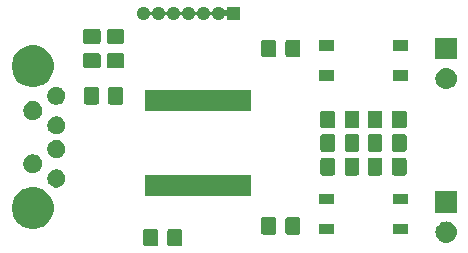
<source format=gbr>
G04 #@! TF.GenerationSoftware,KiCad,Pcbnew,5.1.4-e60b266~84~ubuntu19.04.1*
G04 #@! TF.CreationDate,2019-09-06T13:47:56+02:00*
G04 #@! TF.ProjectId,keyer,6b657965-722e-46b6-9963-61645f706362,rev?*
G04 #@! TF.SameCoordinates,Original*
G04 #@! TF.FileFunction,Soldermask,Top*
G04 #@! TF.FilePolarity,Negative*
%FSLAX46Y46*%
G04 Gerber Fmt 4.6, Leading zero omitted, Abs format (unit mm)*
G04 Created by KiCad (PCBNEW 5.1.4-e60b266~84~ubuntu19.04.1) date 2019-09-06 13:47:56*
%MOMM*%
%LPD*%
G04 APERTURE LIST*
%ADD10C,0.100000*%
G04 APERTURE END LIST*
D10*
G36*
X119488674Y-135253465D02*
G01*
X119526367Y-135264899D01*
X119561103Y-135283466D01*
X119591548Y-135308452D01*
X119616534Y-135338897D01*
X119635101Y-135373633D01*
X119646535Y-135411326D01*
X119651000Y-135456661D01*
X119651000Y-136543339D01*
X119646535Y-136588674D01*
X119635101Y-136626367D01*
X119616534Y-136661103D01*
X119591548Y-136691548D01*
X119561103Y-136716534D01*
X119526367Y-136735101D01*
X119488674Y-136746535D01*
X119443339Y-136751000D01*
X118606661Y-136751000D01*
X118561326Y-136746535D01*
X118523633Y-136735101D01*
X118488897Y-136716534D01*
X118458452Y-136691548D01*
X118433466Y-136661103D01*
X118414899Y-136626367D01*
X118403465Y-136588674D01*
X118399000Y-136543339D01*
X118399000Y-135456661D01*
X118403465Y-135411326D01*
X118414899Y-135373633D01*
X118433466Y-135338897D01*
X118458452Y-135308452D01*
X118488897Y-135283466D01*
X118523633Y-135264899D01*
X118561326Y-135253465D01*
X118606661Y-135249000D01*
X119443339Y-135249000D01*
X119488674Y-135253465D01*
X119488674Y-135253465D01*
G37*
G36*
X117438674Y-135253465D02*
G01*
X117476367Y-135264899D01*
X117511103Y-135283466D01*
X117541548Y-135308452D01*
X117566534Y-135338897D01*
X117585101Y-135373633D01*
X117596535Y-135411326D01*
X117601000Y-135456661D01*
X117601000Y-136543339D01*
X117596535Y-136588674D01*
X117585101Y-136626367D01*
X117566534Y-136661103D01*
X117541548Y-136691548D01*
X117511103Y-136716534D01*
X117476367Y-136735101D01*
X117438674Y-136746535D01*
X117393339Y-136751000D01*
X116556661Y-136751000D01*
X116511326Y-136746535D01*
X116473633Y-136735101D01*
X116438897Y-136716534D01*
X116408452Y-136691548D01*
X116383466Y-136661103D01*
X116364899Y-136626367D01*
X116353465Y-136588674D01*
X116349000Y-136543339D01*
X116349000Y-135456661D01*
X116353465Y-135411326D01*
X116364899Y-135373633D01*
X116383466Y-135338897D01*
X116408452Y-135308452D01*
X116438897Y-135283466D01*
X116473633Y-135264899D01*
X116511326Y-135253465D01*
X116556661Y-135249000D01*
X117393339Y-135249000D01*
X117438674Y-135253465D01*
X117438674Y-135253465D01*
G37*
G36*
X142110442Y-134645518D02*
G01*
X142176627Y-134652037D01*
X142346466Y-134703557D01*
X142502991Y-134787222D01*
X142538729Y-134816552D01*
X142640186Y-134899814D01*
X142723448Y-135001271D01*
X142752778Y-135037009D01*
X142836443Y-135193534D01*
X142887963Y-135363373D01*
X142905359Y-135540000D01*
X142887963Y-135716627D01*
X142836443Y-135886466D01*
X142752778Y-136042991D01*
X142723448Y-136078729D01*
X142640186Y-136180186D01*
X142538729Y-136263448D01*
X142502991Y-136292778D01*
X142346466Y-136376443D01*
X142176627Y-136427963D01*
X142110443Y-136434481D01*
X142044260Y-136441000D01*
X141955740Y-136441000D01*
X141889557Y-136434481D01*
X141823373Y-136427963D01*
X141653534Y-136376443D01*
X141497009Y-136292778D01*
X141461271Y-136263448D01*
X141359814Y-136180186D01*
X141276552Y-136078729D01*
X141247222Y-136042991D01*
X141163557Y-135886466D01*
X141112037Y-135716627D01*
X141094641Y-135540000D01*
X141112037Y-135363373D01*
X141163557Y-135193534D01*
X141247222Y-135037009D01*
X141276552Y-135001271D01*
X141359814Y-134899814D01*
X141461271Y-134816552D01*
X141497009Y-134787222D01*
X141653534Y-134703557D01*
X141823373Y-134652037D01*
X141889558Y-134645518D01*
X141955740Y-134639000D01*
X142044260Y-134639000D01*
X142110442Y-134645518D01*
X142110442Y-134645518D01*
G37*
G36*
X127438674Y-134253465D02*
G01*
X127476367Y-134264899D01*
X127511103Y-134283466D01*
X127541548Y-134308452D01*
X127566534Y-134338897D01*
X127585101Y-134373633D01*
X127596535Y-134411326D01*
X127601000Y-134456661D01*
X127601000Y-135543339D01*
X127596535Y-135588674D01*
X127585101Y-135626367D01*
X127566534Y-135661103D01*
X127541548Y-135691548D01*
X127511103Y-135716534D01*
X127476367Y-135735101D01*
X127438674Y-135746535D01*
X127393339Y-135751000D01*
X126556661Y-135751000D01*
X126511326Y-135746535D01*
X126473633Y-135735101D01*
X126438897Y-135716534D01*
X126408452Y-135691548D01*
X126383466Y-135661103D01*
X126364899Y-135626367D01*
X126353465Y-135588674D01*
X126349000Y-135543339D01*
X126349000Y-134456661D01*
X126353465Y-134411326D01*
X126364899Y-134373633D01*
X126383466Y-134338897D01*
X126408452Y-134308452D01*
X126438897Y-134283466D01*
X126473633Y-134264899D01*
X126511326Y-134253465D01*
X126556661Y-134249000D01*
X127393339Y-134249000D01*
X127438674Y-134253465D01*
X127438674Y-134253465D01*
G37*
G36*
X129488674Y-134253465D02*
G01*
X129526367Y-134264899D01*
X129561103Y-134283466D01*
X129591548Y-134308452D01*
X129616534Y-134338897D01*
X129635101Y-134373633D01*
X129646535Y-134411326D01*
X129651000Y-134456661D01*
X129651000Y-135543339D01*
X129646535Y-135588674D01*
X129635101Y-135626367D01*
X129616534Y-135661103D01*
X129591548Y-135691548D01*
X129561103Y-135716534D01*
X129526367Y-135735101D01*
X129488674Y-135746535D01*
X129443339Y-135751000D01*
X128606661Y-135751000D01*
X128561326Y-135746535D01*
X128523633Y-135735101D01*
X128488897Y-135716534D01*
X128458452Y-135691548D01*
X128433466Y-135661103D01*
X128414899Y-135626367D01*
X128403465Y-135588674D01*
X128399000Y-135543339D01*
X128399000Y-134456661D01*
X128403465Y-134411326D01*
X128414899Y-134373633D01*
X128433466Y-134338897D01*
X128458452Y-134308452D01*
X128488897Y-134283466D01*
X128523633Y-134264899D01*
X128561326Y-134253465D01*
X128606661Y-134249000D01*
X129443339Y-134249000D01*
X129488674Y-134253465D01*
X129488674Y-134253465D01*
G37*
G36*
X138801000Y-135721000D02*
G01*
X137499000Y-135721000D01*
X137499000Y-134819000D01*
X138801000Y-134819000D01*
X138801000Y-135721000D01*
X138801000Y-135721000D01*
G37*
G36*
X132501000Y-135721000D02*
G01*
X131199000Y-135721000D01*
X131199000Y-134819000D01*
X132501000Y-134819000D01*
X132501000Y-135721000D01*
X132501000Y-135721000D01*
G37*
G36*
X107518039Y-131792250D02*
G01*
X107707372Y-131870675D01*
X107841251Y-131926129D01*
X108132134Y-132120491D01*
X108379509Y-132367866D01*
X108573871Y-132658749D01*
X108573871Y-132658750D01*
X108707750Y-132981961D01*
X108776000Y-133325078D01*
X108776000Y-133674922D01*
X108707750Y-134018039D01*
X108629325Y-134207372D01*
X108573871Y-134341251D01*
X108379509Y-134632134D01*
X108132134Y-134879509D01*
X107841251Y-135073871D01*
X107707372Y-135129325D01*
X107518039Y-135207750D01*
X107174922Y-135276000D01*
X106825078Y-135276000D01*
X106481961Y-135207750D01*
X106292628Y-135129325D01*
X106158749Y-135073871D01*
X105867866Y-134879509D01*
X105620491Y-134632134D01*
X105426129Y-134341251D01*
X105370675Y-134207372D01*
X105292250Y-134018039D01*
X105224000Y-133674922D01*
X105224000Y-133325078D01*
X105292250Y-132981961D01*
X105426129Y-132658750D01*
X105426129Y-132658749D01*
X105620491Y-132367866D01*
X105867866Y-132120491D01*
X106158749Y-131926129D01*
X106292628Y-131870675D01*
X106481961Y-131792250D01*
X106825078Y-131724000D01*
X107174922Y-131724000D01*
X107518039Y-131792250D01*
X107518039Y-131792250D01*
G37*
G36*
X142901000Y-133901000D02*
G01*
X141099000Y-133901000D01*
X141099000Y-132099000D01*
X142901000Y-132099000D01*
X142901000Y-133901000D01*
X142901000Y-133901000D01*
G37*
G36*
X138801000Y-133181000D02*
G01*
X137499000Y-133181000D01*
X137499000Y-132279000D01*
X138801000Y-132279000D01*
X138801000Y-133181000D01*
X138801000Y-133181000D01*
G37*
G36*
X132501000Y-133181000D02*
G01*
X131199000Y-133181000D01*
X131199000Y-132279000D01*
X132501000Y-132279000D01*
X132501000Y-133181000D01*
X132501000Y-133181000D01*
G37*
G36*
X125501000Y-132526000D02*
G01*
X116499000Y-132526000D01*
X116499000Y-130674000D01*
X125501000Y-130674000D01*
X125501000Y-132526000D01*
X125501000Y-132526000D01*
G37*
G36*
X109223579Y-130262955D02*
G01*
X109363072Y-130320735D01*
X109363074Y-130320736D01*
X109488615Y-130404620D01*
X109595380Y-130511385D01*
X109674662Y-130630038D01*
X109679265Y-130636928D01*
X109737045Y-130776421D01*
X109766500Y-130924504D01*
X109766500Y-131075496D01*
X109737045Y-131223579D01*
X109679265Y-131363072D01*
X109679264Y-131363074D01*
X109595380Y-131488615D01*
X109488615Y-131595380D01*
X109363074Y-131679264D01*
X109363073Y-131679265D01*
X109363072Y-131679265D01*
X109223579Y-131737045D01*
X109075496Y-131766500D01*
X108924504Y-131766500D01*
X108776421Y-131737045D01*
X108636928Y-131679265D01*
X108636927Y-131679265D01*
X108636926Y-131679264D01*
X108511385Y-131595380D01*
X108404620Y-131488615D01*
X108320736Y-131363074D01*
X108320735Y-131363072D01*
X108262955Y-131223579D01*
X108233500Y-131075496D01*
X108233500Y-130924504D01*
X108262955Y-130776421D01*
X108320735Y-130636928D01*
X108325339Y-130630038D01*
X108404620Y-130511385D01*
X108511385Y-130404620D01*
X108636926Y-130320736D01*
X108636928Y-130320735D01*
X108776421Y-130262955D01*
X108924504Y-130233500D01*
X109075496Y-130233500D01*
X109223579Y-130262955D01*
X109223579Y-130262955D01*
G37*
G36*
X132438674Y-129253465D02*
G01*
X132476367Y-129264899D01*
X132511103Y-129283466D01*
X132541548Y-129308452D01*
X132566534Y-129338897D01*
X132585101Y-129373633D01*
X132596535Y-129411326D01*
X132601000Y-129456661D01*
X132601000Y-130543339D01*
X132596535Y-130588674D01*
X132585101Y-130626367D01*
X132566534Y-130661103D01*
X132541548Y-130691548D01*
X132511103Y-130716534D01*
X132476367Y-130735101D01*
X132438674Y-130746535D01*
X132393339Y-130751000D01*
X131556661Y-130751000D01*
X131511326Y-130746535D01*
X131473633Y-130735101D01*
X131438897Y-130716534D01*
X131408452Y-130691548D01*
X131383466Y-130661103D01*
X131364899Y-130626367D01*
X131353465Y-130588674D01*
X131349000Y-130543339D01*
X131349000Y-129456661D01*
X131353465Y-129411326D01*
X131364899Y-129373633D01*
X131383466Y-129338897D01*
X131408452Y-129308452D01*
X131438897Y-129283466D01*
X131473633Y-129264899D01*
X131511326Y-129253465D01*
X131556661Y-129249000D01*
X132393339Y-129249000D01*
X132438674Y-129253465D01*
X132438674Y-129253465D01*
G37*
G36*
X134488674Y-129253465D02*
G01*
X134526367Y-129264899D01*
X134561103Y-129283466D01*
X134591548Y-129308452D01*
X134616534Y-129338897D01*
X134635101Y-129373633D01*
X134646535Y-129411326D01*
X134651000Y-129456661D01*
X134651000Y-130543339D01*
X134646535Y-130588674D01*
X134635101Y-130626367D01*
X134616534Y-130661103D01*
X134591548Y-130691548D01*
X134561103Y-130716534D01*
X134526367Y-130735101D01*
X134488674Y-130746535D01*
X134443339Y-130751000D01*
X133606661Y-130751000D01*
X133561326Y-130746535D01*
X133523633Y-130735101D01*
X133488897Y-130716534D01*
X133458452Y-130691548D01*
X133433466Y-130661103D01*
X133414899Y-130626367D01*
X133403465Y-130588674D01*
X133399000Y-130543339D01*
X133399000Y-129456661D01*
X133403465Y-129411326D01*
X133414899Y-129373633D01*
X133433466Y-129338897D01*
X133458452Y-129308452D01*
X133488897Y-129283466D01*
X133523633Y-129264899D01*
X133561326Y-129253465D01*
X133606661Y-129249000D01*
X134443339Y-129249000D01*
X134488674Y-129253465D01*
X134488674Y-129253465D01*
G37*
G36*
X136438674Y-129253465D02*
G01*
X136476367Y-129264899D01*
X136511103Y-129283466D01*
X136541548Y-129308452D01*
X136566534Y-129338897D01*
X136585101Y-129373633D01*
X136596535Y-129411326D01*
X136601000Y-129456661D01*
X136601000Y-130543339D01*
X136596535Y-130588674D01*
X136585101Y-130626367D01*
X136566534Y-130661103D01*
X136541548Y-130691548D01*
X136511103Y-130716534D01*
X136476367Y-130735101D01*
X136438674Y-130746535D01*
X136393339Y-130751000D01*
X135556661Y-130751000D01*
X135511326Y-130746535D01*
X135473633Y-130735101D01*
X135438897Y-130716534D01*
X135408452Y-130691548D01*
X135383466Y-130661103D01*
X135364899Y-130626367D01*
X135353465Y-130588674D01*
X135349000Y-130543339D01*
X135349000Y-129456661D01*
X135353465Y-129411326D01*
X135364899Y-129373633D01*
X135383466Y-129338897D01*
X135408452Y-129308452D01*
X135438897Y-129283466D01*
X135473633Y-129264899D01*
X135511326Y-129253465D01*
X135556661Y-129249000D01*
X136393339Y-129249000D01*
X136438674Y-129253465D01*
X136438674Y-129253465D01*
G37*
G36*
X138488674Y-129253465D02*
G01*
X138526367Y-129264899D01*
X138561103Y-129283466D01*
X138591548Y-129308452D01*
X138616534Y-129338897D01*
X138635101Y-129373633D01*
X138646535Y-129411326D01*
X138651000Y-129456661D01*
X138651000Y-130543339D01*
X138646535Y-130588674D01*
X138635101Y-130626367D01*
X138616534Y-130661103D01*
X138591548Y-130691548D01*
X138561103Y-130716534D01*
X138526367Y-130735101D01*
X138488674Y-130746535D01*
X138443339Y-130751000D01*
X137606661Y-130751000D01*
X137561326Y-130746535D01*
X137523633Y-130735101D01*
X137488897Y-130716534D01*
X137458452Y-130691548D01*
X137433466Y-130661103D01*
X137414899Y-130626367D01*
X137403465Y-130588674D01*
X137399000Y-130543339D01*
X137399000Y-129456661D01*
X137403465Y-129411326D01*
X137414899Y-129373633D01*
X137433466Y-129338897D01*
X137458452Y-129308452D01*
X137488897Y-129283466D01*
X137523633Y-129264899D01*
X137561326Y-129253465D01*
X137606661Y-129249000D01*
X138443339Y-129249000D01*
X138488674Y-129253465D01*
X138488674Y-129253465D01*
G37*
G36*
X107233642Y-128979781D02*
G01*
X107379414Y-129040162D01*
X107379416Y-129040163D01*
X107510608Y-129127822D01*
X107622178Y-129239392D01*
X107709421Y-129369962D01*
X107709838Y-129370586D01*
X107770219Y-129516358D01*
X107801000Y-129671107D01*
X107801000Y-129828893D01*
X107770219Y-129983642D01*
X107709838Y-130129414D01*
X107709837Y-130129416D01*
X107622178Y-130260608D01*
X107510608Y-130372178D01*
X107379416Y-130459837D01*
X107379415Y-130459838D01*
X107379414Y-130459838D01*
X107233642Y-130520219D01*
X107078893Y-130551000D01*
X106921107Y-130551000D01*
X106766358Y-130520219D01*
X106620586Y-130459838D01*
X106620585Y-130459838D01*
X106620584Y-130459837D01*
X106489392Y-130372178D01*
X106377822Y-130260608D01*
X106290163Y-130129416D01*
X106290162Y-130129414D01*
X106229781Y-129983642D01*
X106199000Y-129828893D01*
X106199000Y-129671107D01*
X106229781Y-129516358D01*
X106290162Y-129370586D01*
X106290579Y-129369962D01*
X106377822Y-129239392D01*
X106489392Y-129127822D01*
X106620584Y-129040163D01*
X106620586Y-129040162D01*
X106766358Y-128979781D01*
X106921107Y-128949000D01*
X107078893Y-128949000D01*
X107233642Y-128979781D01*
X107233642Y-128979781D01*
G37*
G36*
X109223579Y-127762955D02*
G01*
X109363072Y-127820735D01*
X109363074Y-127820736D01*
X109488615Y-127904620D01*
X109595380Y-128011385D01*
X109679265Y-128136928D01*
X109737045Y-128276421D01*
X109766500Y-128424504D01*
X109766500Y-128575496D01*
X109737045Y-128723579D01*
X109679265Y-128863072D01*
X109679264Y-128863074D01*
X109595380Y-128988615D01*
X109488615Y-129095380D01*
X109363074Y-129179264D01*
X109363073Y-129179265D01*
X109363072Y-129179265D01*
X109223579Y-129237045D01*
X109075496Y-129266500D01*
X108924504Y-129266500D01*
X108776421Y-129237045D01*
X108636928Y-129179265D01*
X108636927Y-129179265D01*
X108636926Y-129179264D01*
X108511385Y-129095380D01*
X108404620Y-128988615D01*
X108320736Y-128863074D01*
X108320735Y-128863072D01*
X108262955Y-128723579D01*
X108233500Y-128575496D01*
X108233500Y-128424504D01*
X108262955Y-128276421D01*
X108320735Y-128136928D01*
X108404620Y-128011385D01*
X108511385Y-127904620D01*
X108636926Y-127820736D01*
X108636928Y-127820735D01*
X108776421Y-127762955D01*
X108924504Y-127733500D01*
X109075496Y-127733500D01*
X109223579Y-127762955D01*
X109223579Y-127762955D01*
G37*
G36*
X138488674Y-127253465D02*
G01*
X138526367Y-127264899D01*
X138561103Y-127283466D01*
X138591548Y-127308452D01*
X138616534Y-127338897D01*
X138635101Y-127373633D01*
X138646535Y-127411326D01*
X138651000Y-127456661D01*
X138651000Y-128543339D01*
X138646535Y-128588674D01*
X138635101Y-128626367D01*
X138616534Y-128661103D01*
X138591548Y-128691548D01*
X138561103Y-128716534D01*
X138526367Y-128735101D01*
X138488674Y-128746535D01*
X138443339Y-128751000D01*
X137606661Y-128751000D01*
X137561326Y-128746535D01*
X137523633Y-128735101D01*
X137488897Y-128716534D01*
X137458452Y-128691548D01*
X137433466Y-128661103D01*
X137414899Y-128626367D01*
X137403465Y-128588674D01*
X137399000Y-128543339D01*
X137399000Y-127456661D01*
X137403465Y-127411326D01*
X137414899Y-127373633D01*
X137433466Y-127338897D01*
X137458452Y-127308452D01*
X137488897Y-127283466D01*
X137523633Y-127264899D01*
X137561326Y-127253465D01*
X137606661Y-127249000D01*
X138443339Y-127249000D01*
X138488674Y-127253465D01*
X138488674Y-127253465D01*
G37*
G36*
X136438674Y-127253465D02*
G01*
X136476367Y-127264899D01*
X136511103Y-127283466D01*
X136541548Y-127308452D01*
X136566534Y-127338897D01*
X136585101Y-127373633D01*
X136596535Y-127411326D01*
X136601000Y-127456661D01*
X136601000Y-128543339D01*
X136596535Y-128588674D01*
X136585101Y-128626367D01*
X136566534Y-128661103D01*
X136541548Y-128691548D01*
X136511103Y-128716534D01*
X136476367Y-128735101D01*
X136438674Y-128746535D01*
X136393339Y-128751000D01*
X135556661Y-128751000D01*
X135511326Y-128746535D01*
X135473633Y-128735101D01*
X135438897Y-128716534D01*
X135408452Y-128691548D01*
X135383466Y-128661103D01*
X135364899Y-128626367D01*
X135353465Y-128588674D01*
X135349000Y-128543339D01*
X135349000Y-127456661D01*
X135353465Y-127411326D01*
X135364899Y-127373633D01*
X135383466Y-127338897D01*
X135408452Y-127308452D01*
X135438897Y-127283466D01*
X135473633Y-127264899D01*
X135511326Y-127253465D01*
X135556661Y-127249000D01*
X136393339Y-127249000D01*
X136438674Y-127253465D01*
X136438674Y-127253465D01*
G37*
G36*
X134488674Y-127253465D02*
G01*
X134526367Y-127264899D01*
X134561103Y-127283466D01*
X134591548Y-127308452D01*
X134616534Y-127338897D01*
X134635101Y-127373633D01*
X134646535Y-127411326D01*
X134651000Y-127456661D01*
X134651000Y-128543339D01*
X134646535Y-128588674D01*
X134635101Y-128626367D01*
X134616534Y-128661103D01*
X134591548Y-128691548D01*
X134561103Y-128716534D01*
X134526367Y-128735101D01*
X134488674Y-128746535D01*
X134443339Y-128751000D01*
X133606661Y-128751000D01*
X133561326Y-128746535D01*
X133523633Y-128735101D01*
X133488897Y-128716534D01*
X133458452Y-128691548D01*
X133433466Y-128661103D01*
X133414899Y-128626367D01*
X133403465Y-128588674D01*
X133399000Y-128543339D01*
X133399000Y-127456661D01*
X133403465Y-127411326D01*
X133414899Y-127373633D01*
X133433466Y-127338897D01*
X133458452Y-127308452D01*
X133488897Y-127283466D01*
X133523633Y-127264899D01*
X133561326Y-127253465D01*
X133606661Y-127249000D01*
X134443339Y-127249000D01*
X134488674Y-127253465D01*
X134488674Y-127253465D01*
G37*
G36*
X132438674Y-127253465D02*
G01*
X132476367Y-127264899D01*
X132511103Y-127283466D01*
X132541548Y-127308452D01*
X132566534Y-127338897D01*
X132585101Y-127373633D01*
X132596535Y-127411326D01*
X132601000Y-127456661D01*
X132601000Y-128543339D01*
X132596535Y-128588674D01*
X132585101Y-128626367D01*
X132566534Y-128661103D01*
X132541548Y-128691548D01*
X132511103Y-128716534D01*
X132476367Y-128735101D01*
X132438674Y-128746535D01*
X132393339Y-128751000D01*
X131556661Y-128751000D01*
X131511326Y-128746535D01*
X131473633Y-128735101D01*
X131438897Y-128716534D01*
X131408452Y-128691548D01*
X131383466Y-128661103D01*
X131364899Y-128626367D01*
X131353465Y-128588674D01*
X131349000Y-128543339D01*
X131349000Y-127456661D01*
X131353465Y-127411326D01*
X131364899Y-127373633D01*
X131383466Y-127338897D01*
X131408452Y-127308452D01*
X131438897Y-127283466D01*
X131473633Y-127264899D01*
X131511326Y-127253465D01*
X131556661Y-127249000D01*
X132393339Y-127249000D01*
X132438674Y-127253465D01*
X132438674Y-127253465D01*
G37*
G36*
X109223579Y-125762955D02*
G01*
X109363072Y-125820735D01*
X109363074Y-125820736D01*
X109440062Y-125872178D01*
X109488615Y-125904620D01*
X109595380Y-126011385D01*
X109679265Y-126136928D01*
X109737045Y-126276421D01*
X109766500Y-126424504D01*
X109766500Y-126575496D01*
X109737045Y-126723579D01*
X109679265Y-126863072D01*
X109679264Y-126863074D01*
X109595380Y-126988615D01*
X109488615Y-127095380D01*
X109363074Y-127179264D01*
X109363073Y-127179265D01*
X109363072Y-127179265D01*
X109223579Y-127237045D01*
X109075496Y-127266500D01*
X108924504Y-127266500D01*
X108776421Y-127237045D01*
X108636928Y-127179265D01*
X108636927Y-127179265D01*
X108636926Y-127179264D01*
X108511385Y-127095380D01*
X108404620Y-126988615D01*
X108320736Y-126863074D01*
X108320735Y-126863072D01*
X108262955Y-126723579D01*
X108233500Y-126575496D01*
X108233500Y-126424504D01*
X108262955Y-126276421D01*
X108320735Y-126136928D01*
X108404620Y-126011385D01*
X108511385Y-125904620D01*
X108559938Y-125872178D01*
X108636926Y-125820736D01*
X108636928Y-125820735D01*
X108776421Y-125762955D01*
X108924504Y-125733500D01*
X109075496Y-125733500D01*
X109223579Y-125762955D01*
X109223579Y-125762955D01*
G37*
G36*
X134488674Y-125253465D02*
G01*
X134526367Y-125264899D01*
X134561103Y-125283466D01*
X134591548Y-125308452D01*
X134616534Y-125338897D01*
X134635101Y-125373633D01*
X134646535Y-125411326D01*
X134651000Y-125456661D01*
X134651000Y-126543339D01*
X134646535Y-126588674D01*
X134635101Y-126626367D01*
X134616534Y-126661103D01*
X134591548Y-126691548D01*
X134561103Y-126716534D01*
X134526367Y-126735101D01*
X134488674Y-126746535D01*
X134443339Y-126751000D01*
X133606661Y-126751000D01*
X133561326Y-126746535D01*
X133523633Y-126735101D01*
X133488897Y-126716534D01*
X133458452Y-126691548D01*
X133433466Y-126661103D01*
X133414899Y-126626367D01*
X133403465Y-126588674D01*
X133399000Y-126543339D01*
X133399000Y-125456661D01*
X133403465Y-125411326D01*
X133414899Y-125373633D01*
X133433466Y-125338897D01*
X133458452Y-125308452D01*
X133488897Y-125283466D01*
X133523633Y-125264899D01*
X133561326Y-125253465D01*
X133606661Y-125249000D01*
X134443339Y-125249000D01*
X134488674Y-125253465D01*
X134488674Y-125253465D01*
G37*
G36*
X136438674Y-125253465D02*
G01*
X136476367Y-125264899D01*
X136511103Y-125283466D01*
X136541548Y-125308452D01*
X136566534Y-125338897D01*
X136585101Y-125373633D01*
X136596535Y-125411326D01*
X136601000Y-125456661D01*
X136601000Y-126543339D01*
X136596535Y-126588674D01*
X136585101Y-126626367D01*
X136566534Y-126661103D01*
X136541548Y-126691548D01*
X136511103Y-126716534D01*
X136476367Y-126735101D01*
X136438674Y-126746535D01*
X136393339Y-126751000D01*
X135556661Y-126751000D01*
X135511326Y-126746535D01*
X135473633Y-126735101D01*
X135438897Y-126716534D01*
X135408452Y-126691548D01*
X135383466Y-126661103D01*
X135364899Y-126626367D01*
X135353465Y-126588674D01*
X135349000Y-126543339D01*
X135349000Y-125456661D01*
X135353465Y-125411326D01*
X135364899Y-125373633D01*
X135383466Y-125338897D01*
X135408452Y-125308452D01*
X135438897Y-125283466D01*
X135473633Y-125264899D01*
X135511326Y-125253465D01*
X135556661Y-125249000D01*
X136393339Y-125249000D01*
X136438674Y-125253465D01*
X136438674Y-125253465D01*
G37*
G36*
X138488674Y-125253465D02*
G01*
X138526367Y-125264899D01*
X138561103Y-125283466D01*
X138591548Y-125308452D01*
X138616534Y-125338897D01*
X138635101Y-125373633D01*
X138646535Y-125411326D01*
X138651000Y-125456661D01*
X138651000Y-126543339D01*
X138646535Y-126588674D01*
X138635101Y-126626367D01*
X138616534Y-126661103D01*
X138591548Y-126691548D01*
X138561103Y-126716534D01*
X138526367Y-126735101D01*
X138488674Y-126746535D01*
X138443339Y-126751000D01*
X137606661Y-126751000D01*
X137561326Y-126746535D01*
X137523633Y-126735101D01*
X137488897Y-126716534D01*
X137458452Y-126691548D01*
X137433466Y-126661103D01*
X137414899Y-126626367D01*
X137403465Y-126588674D01*
X137399000Y-126543339D01*
X137399000Y-125456661D01*
X137403465Y-125411326D01*
X137414899Y-125373633D01*
X137433466Y-125338897D01*
X137458452Y-125308452D01*
X137488897Y-125283466D01*
X137523633Y-125264899D01*
X137561326Y-125253465D01*
X137606661Y-125249000D01*
X138443339Y-125249000D01*
X138488674Y-125253465D01*
X138488674Y-125253465D01*
G37*
G36*
X132438674Y-125253465D02*
G01*
X132476367Y-125264899D01*
X132511103Y-125283466D01*
X132541548Y-125308452D01*
X132566534Y-125338897D01*
X132585101Y-125373633D01*
X132596535Y-125411326D01*
X132601000Y-125456661D01*
X132601000Y-126543339D01*
X132596535Y-126588674D01*
X132585101Y-126626367D01*
X132566534Y-126661103D01*
X132541548Y-126691548D01*
X132511103Y-126716534D01*
X132476367Y-126735101D01*
X132438674Y-126746535D01*
X132393339Y-126751000D01*
X131556661Y-126751000D01*
X131511326Y-126746535D01*
X131473633Y-126735101D01*
X131438897Y-126716534D01*
X131408452Y-126691548D01*
X131383466Y-126661103D01*
X131364899Y-126626367D01*
X131353465Y-126588674D01*
X131349000Y-126543339D01*
X131349000Y-125456661D01*
X131353465Y-125411326D01*
X131364899Y-125373633D01*
X131383466Y-125338897D01*
X131408452Y-125308452D01*
X131438897Y-125283466D01*
X131473633Y-125264899D01*
X131511326Y-125253465D01*
X131556661Y-125249000D01*
X132393339Y-125249000D01*
X132438674Y-125253465D01*
X132438674Y-125253465D01*
G37*
G36*
X107233642Y-124479781D02*
G01*
X107359528Y-124531925D01*
X107379416Y-124540163D01*
X107510608Y-124627822D01*
X107622178Y-124739392D01*
X107709837Y-124870584D01*
X107709838Y-124870586D01*
X107770219Y-125016358D01*
X107801000Y-125171107D01*
X107801000Y-125328893D01*
X107770219Y-125483642D01*
X107754673Y-125521173D01*
X107709837Y-125629416D01*
X107622178Y-125760608D01*
X107510608Y-125872178D01*
X107379416Y-125959837D01*
X107379415Y-125959838D01*
X107379414Y-125959838D01*
X107233642Y-126020219D01*
X107078893Y-126051000D01*
X106921107Y-126051000D01*
X106766358Y-126020219D01*
X106620586Y-125959838D01*
X106620585Y-125959838D01*
X106620584Y-125959837D01*
X106489392Y-125872178D01*
X106377822Y-125760608D01*
X106290163Y-125629416D01*
X106245327Y-125521173D01*
X106229781Y-125483642D01*
X106199000Y-125328893D01*
X106199000Y-125171107D01*
X106229781Y-125016358D01*
X106290162Y-124870586D01*
X106290163Y-124870584D01*
X106377822Y-124739392D01*
X106489392Y-124627822D01*
X106620584Y-124540163D01*
X106640472Y-124531925D01*
X106766358Y-124479781D01*
X106921107Y-124449000D01*
X107078893Y-124449000D01*
X107233642Y-124479781D01*
X107233642Y-124479781D01*
G37*
G36*
X125501000Y-125326000D02*
G01*
X116499000Y-125326000D01*
X116499000Y-123474000D01*
X125501000Y-123474000D01*
X125501000Y-125326000D01*
X125501000Y-125326000D01*
G37*
G36*
X109223579Y-123262955D02*
G01*
X109333418Y-123308452D01*
X109363074Y-123320736D01*
X109436746Y-123369962D01*
X109488615Y-123404620D01*
X109595380Y-123511385D01*
X109679265Y-123636928D01*
X109737045Y-123776421D01*
X109766500Y-123924504D01*
X109766500Y-124075496D01*
X109737045Y-124223579D01*
X109679265Y-124363072D01*
X109679264Y-124363074D01*
X109595380Y-124488615D01*
X109488615Y-124595380D01*
X109363074Y-124679264D01*
X109363073Y-124679265D01*
X109363072Y-124679265D01*
X109223579Y-124737045D01*
X109075496Y-124766500D01*
X108924504Y-124766500D01*
X108776421Y-124737045D01*
X108636928Y-124679265D01*
X108636927Y-124679265D01*
X108636926Y-124679264D01*
X108511385Y-124595380D01*
X108404620Y-124488615D01*
X108320736Y-124363074D01*
X108320735Y-124363072D01*
X108262955Y-124223579D01*
X108233500Y-124075496D01*
X108233500Y-123924504D01*
X108262955Y-123776421D01*
X108320735Y-123636928D01*
X108404620Y-123511385D01*
X108511385Y-123404620D01*
X108563254Y-123369962D01*
X108636926Y-123320736D01*
X108666582Y-123308452D01*
X108776421Y-123262955D01*
X108924504Y-123233500D01*
X109075496Y-123233500D01*
X109223579Y-123262955D01*
X109223579Y-123262955D01*
G37*
G36*
X112438674Y-123253465D02*
G01*
X112476367Y-123264899D01*
X112511103Y-123283466D01*
X112541548Y-123308452D01*
X112566534Y-123338897D01*
X112585101Y-123373633D01*
X112596535Y-123411326D01*
X112601000Y-123456661D01*
X112601000Y-124543339D01*
X112596535Y-124588674D01*
X112585101Y-124626367D01*
X112566534Y-124661103D01*
X112541548Y-124691548D01*
X112511103Y-124716534D01*
X112476367Y-124735101D01*
X112438674Y-124746535D01*
X112393339Y-124751000D01*
X111556661Y-124751000D01*
X111511326Y-124746535D01*
X111473633Y-124735101D01*
X111438897Y-124716534D01*
X111408452Y-124691548D01*
X111383466Y-124661103D01*
X111364899Y-124626367D01*
X111353465Y-124588674D01*
X111349000Y-124543339D01*
X111349000Y-123456661D01*
X111353465Y-123411326D01*
X111364899Y-123373633D01*
X111383466Y-123338897D01*
X111408452Y-123308452D01*
X111438897Y-123283466D01*
X111473633Y-123264899D01*
X111511326Y-123253465D01*
X111556661Y-123249000D01*
X112393339Y-123249000D01*
X112438674Y-123253465D01*
X112438674Y-123253465D01*
G37*
G36*
X114488674Y-123253465D02*
G01*
X114526367Y-123264899D01*
X114561103Y-123283466D01*
X114591548Y-123308452D01*
X114616534Y-123338897D01*
X114635101Y-123373633D01*
X114646535Y-123411326D01*
X114651000Y-123456661D01*
X114651000Y-124543339D01*
X114646535Y-124588674D01*
X114635101Y-124626367D01*
X114616534Y-124661103D01*
X114591548Y-124691548D01*
X114561103Y-124716534D01*
X114526367Y-124735101D01*
X114488674Y-124746535D01*
X114443339Y-124751000D01*
X113606661Y-124751000D01*
X113561326Y-124746535D01*
X113523633Y-124735101D01*
X113488897Y-124716534D01*
X113458452Y-124691548D01*
X113433466Y-124661103D01*
X113414899Y-124626367D01*
X113403465Y-124588674D01*
X113399000Y-124543339D01*
X113399000Y-123456661D01*
X113403465Y-123411326D01*
X113414899Y-123373633D01*
X113433466Y-123338897D01*
X113458452Y-123308452D01*
X113488897Y-123283466D01*
X113523633Y-123264899D01*
X113561326Y-123253465D01*
X113606661Y-123249000D01*
X114443339Y-123249000D01*
X114488674Y-123253465D01*
X114488674Y-123253465D01*
G37*
G36*
X142110442Y-121645518D02*
G01*
X142176627Y-121652037D01*
X142346466Y-121703557D01*
X142502991Y-121787222D01*
X142538729Y-121816552D01*
X142640186Y-121899814D01*
X142723448Y-122001271D01*
X142752778Y-122037009D01*
X142836443Y-122193534D01*
X142887963Y-122363373D01*
X142905359Y-122540000D01*
X142887963Y-122716627D01*
X142836443Y-122886466D01*
X142752778Y-123042991D01*
X142727435Y-123073871D01*
X142640186Y-123180186D01*
X142550894Y-123253465D01*
X142502991Y-123292778D01*
X142346466Y-123376443D01*
X142176627Y-123427963D01*
X142110442Y-123434482D01*
X142044260Y-123441000D01*
X141955740Y-123441000D01*
X141889558Y-123434482D01*
X141823373Y-123427963D01*
X141653534Y-123376443D01*
X141497009Y-123292778D01*
X141449106Y-123253465D01*
X141359814Y-123180186D01*
X141272565Y-123073871D01*
X141247222Y-123042991D01*
X141163557Y-122886466D01*
X141112037Y-122716627D01*
X141094641Y-122540000D01*
X141112037Y-122363373D01*
X141163557Y-122193534D01*
X141247222Y-122037009D01*
X141276552Y-122001271D01*
X141359814Y-121899814D01*
X141461271Y-121816552D01*
X141497009Y-121787222D01*
X141653534Y-121703557D01*
X141823373Y-121652037D01*
X141889558Y-121645518D01*
X141955740Y-121639000D01*
X142044260Y-121639000D01*
X142110442Y-121645518D01*
X142110442Y-121645518D01*
G37*
G36*
X107518039Y-119792250D02*
G01*
X107707372Y-119870675D01*
X107841251Y-119926129D01*
X108132134Y-120120491D01*
X108379509Y-120367866D01*
X108573871Y-120658749D01*
X108629325Y-120792628D01*
X108707750Y-120981961D01*
X108776000Y-121325078D01*
X108776000Y-121674922D01*
X108707750Y-122018039D01*
X108635058Y-122193532D01*
X108573871Y-122341251D01*
X108379509Y-122632134D01*
X108132134Y-122879509D01*
X107841251Y-123073871D01*
X107707372Y-123129325D01*
X107518039Y-123207750D01*
X107174922Y-123276000D01*
X106825078Y-123276000D01*
X106481961Y-123207750D01*
X106292628Y-123129325D01*
X106158749Y-123073871D01*
X105867866Y-122879509D01*
X105620491Y-122632134D01*
X105426129Y-122341251D01*
X105364942Y-122193532D01*
X105292250Y-122018039D01*
X105224000Y-121674922D01*
X105224000Y-121325078D01*
X105292250Y-120981961D01*
X105370675Y-120792628D01*
X105426129Y-120658749D01*
X105620491Y-120367866D01*
X105867866Y-120120491D01*
X106158749Y-119926129D01*
X106292628Y-119870675D01*
X106481961Y-119792250D01*
X106825078Y-119724000D01*
X107174922Y-119724000D01*
X107518039Y-119792250D01*
X107518039Y-119792250D01*
G37*
G36*
X132501000Y-122721000D02*
G01*
X131199000Y-122721000D01*
X131199000Y-121819000D01*
X132501000Y-121819000D01*
X132501000Y-122721000D01*
X132501000Y-122721000D01*
G37*
G36*
X138801000Y-122721000D02*
G01*
X137499000Y-122721000D01*
X137499000Y-121819000D01*
X138801000Y-121819000D01*
X138801000Y-122721000D01*
X138801000Y-122721000D01*
G37*
G36*
X112588674Y-120403465D02*
G01*
X112626367Y-120414899D01*
X112661103Y-120433466D01*
X112691548Y-120458452D01*
X112716534Y-120488897D01*
X112735101Y-120523633D01*
X112746535Y-120561326D01*
X112751000Y-120606661D01*
X112751000Y-121443339D01*
X112746535Y-121488674D01*
X112735101Y-121526367D01*
X112716534Y-121561103D01*
X112691548Y-121591548D01*
X112661103Y-121616534D01*
X112626367Y-121635101D01*
X112588674Y-121646535D01*
X112543339Y-121651000D01*
X111456661Y-121651000D01*
X111411326Y-121646535D01*
X111373633Y-121635101D01*
X111338897Y-121616534D01*
X111308452Y-121591548D01*
X111283466Y-121561103D01*
X111264899Y-121526367D01*
X111253465Y-121488674D01*
X111249000Y-121443339D01*
X111249000Y-120606661D01*
X111253465Y-120561326D01*
X111264899Y-120523633D01*
X111283466Y-120488897D01*
X111308452Y-120458452D01*
X111338897Y-120433466D01*
X111373633Y-120414899D01*
X111411326Y-120403465D01*
X111456661Y-120399000D01*
X112543339Y-120399000D01*
X112588674Y-120403465D01*
X112588674Y-120403465D01*
G37*
G36*
X114588674Y-120403465D02*
G01*
X114626367Y-120414899D01*
X114661103Y-120433466D01*
X114691548Y-120458452D01*
X114716534Y-120488897D01*
X114735101Y-120523633D01*
X114746535Y-120561326D01*
X114751000Y-120606661D01*
X114751000Y-121443339D01*
X114746535Y-121488674D01*
X114735101Y-121526367D01*
X114716534Y-121561103D01*
X114691548Y-121591548D01*
X114661103Y-121616534D01*
X114626367Y-121635101D01*
X114588674Y-121646535D01*
X114543339Y-121651000D01*
X113456661Y-121651000D01*
X113411326Y-121646535D01*
X113373633Y-121635101D01*
X113338897Y-121616534D01*
X113308452Y-121591548D01*
X113283466Y-121561103D01*
X113264899Y-121526367D01*
X113253465Y-121488674D01*
X113249000Y-121443339D01*
X113249000Y-120606661D01*
X113253465Y-120561326D01*
X113264899Y-120523633D01*
X113283466Y-120488897D01*
X113308452Y-120458452D01*
X113338897Y-120433466D01*
X113373633Y-120414899D01*
X113411326Y-120403465D01*
X113456661Y-120399000D01*
X114543339Y-120399000D01*
X114588674Y-120403465D01*
X114588674Y-120403465D01*
G37*
G36*
X142901000Y-120901000D02*
G01*
X141099000Y-120901000D01*
X141099000Y-119099000D01*
X142901000Y-119099000D01*
X142901000Y-120901000D01*
X142901000Y-120901000D01*
G37*
G36*
X129488674Y-119253465D02*
G01*
X129526367Y-119264899D01*
X129561103Y-119283466D01*
X129591548Y-119308452D01*
X129616534Y-119338897D01*
X129635101Y-119373633D01*
X129646535Y-119411326D01*
X129651000Y-119456661D01*
X129651000Y-120543339D01*
X129646535Y-120588674D01*
X129635101Y-120626367D01*
X129616534Y-120661103D01*
X129591548Y-120691548D01*
X129561103Y-120716534D01*
X129526367Y-120735101D01*
X129488674Y-120746535D01*
X129443339Y-120751000D01*
X128606661Y-120751000D01*
X128561326Y-120746535D01*
X128523633Y-120735101D01*
X128488897Y-120716534D01*
X128458452Y-120691548D01*
X128433466Y-120661103D01*
X128414899Y-120626367D01*
X128403465Y-120588674D01*
X128399000Y-120543339D01*
X128399000Y-119456661D01*
X128403465Y-119411326D01*
X128414899Y-119373633D01*
X128433466Y-119338897D01*
X128458452Y-119308452D01*
X128488897Y-119283466D01*
X128523633Y-119264899D01*
X128561326Y-119253465D01*
X128606661Y-119249000D01*
X129443339Y-119249000D01*
X129488674Y-119253465D01*
X129488674Y-119253465D01*
G37*
G36*
X127438674Y-119253465D02*
G01*
X127476367Y-119264899D01*
X127511103Y-119283466D01*
X127541548Y-119308452D01*
X127566534Y-119338897D01*
X127585101Y-119373633D01*
X127596535Y-119411326D01*
X127601000Y-119456661D01*
X127601000Y-120543339D01*
X127596535Y-120588674D01*
X127585101Y-120626367D01*
X127566534Y-120661103D01*
X127541548Y-120691548D01*
X127511103Y-120716534D01*
X127476367Y-120735101D01*
X127438674Y-120746535D01*
X127393339Y-120751000D01*
X126556661Y-120751000D01*
X126511326Y-120746535D01*
X126473633Y-120735101D01*
X126438897Y-120716534D01*
X126408452Y-120691548D01*
X126383466Y-120661103D01*
X126364899Y-120626367D01*
X126353465Y-120588674D01*
X126349000Y-120543339D01*
X126349000Y-119456661D01*
X126353465Y-119411326D01*
X126364899Y-119373633D01*
X126383466Y-119338897D01*
X126408452Y-119308452D01*
X126438897Y-119283466D01*
X126473633Y-119264899D01*
X126511326Y-119253465D01*
X126556661Y-119249000D01*
X127393339Y-119249000D01*
X127438674Y-119253465D01*
X127438674Y-119253465D01*
G37*
G36*
X132501000Y-120181000D02*
G01*
X131199000Y-120181000D01*
X131199000Y-119279000D01*
X132501000Y-119279000D01*
X132501000Y-120181000D01*
X132501000Y-120181000D01*
G37*
G36*
X138801000Y-120181000D02*
G01*
X137499000Y-120181000D01*
X137499000Y-119279000D01*
X138801000Y-119279000D01*
X138801000Y-120181000D01*
X138801000Y-120181000D01*
G37*
G36*
X114588674Y-118353465D02*
G01*
X114626367Y-118364899D01*
X114661103Y-118383466D01*
X114691548Y-118408452D01*
X114716534Y-118438897D01*
X114735101Y-118473633D01*
X114746535Y-118511326D01*
X114751000Y-118556661D01*
X114751000Y-119393339D01*
X114746535Y-119438674D01*
X114735101Y-119476367D01*
X114716534Y-119511103D01*
X114691548Y-119541548D01*
X114661103Y-119566534D01*
X114626367Y-119585101D01*
X114588674Y-119596535D01*
X114543339Y-119601000D01*
X113456661Y-119601000D01*
X113411326Y-119596535D01*
X113373633Y-119585101D01*
X113338897Y-119566534D01*
X113308452Y-119541548D01*
X113283466Y-119511103D01*
X113264899Y-119476367D01*
X113253465Y-119438674D01*
X113249000Y-119393339D01*
X113249000Y-118556661D01*
X113253465Y-118511326D01*
X113264899Y-118473633D01*
X113283466Y-118438897D01*
X113308452Y-118408452D01*
X113338897Y-118383466D01*
X113373633Y-118364899D01*
X113411326Y-118353465D01*
X113456661Y-118349000D01*
X114543339Y-118349000D01*
X114588674Y-118353465D01*
X114588674Y-118353465D01*
G37*
G36*
X112588674Y-118353465D02*
G01*
X112626367Y-118364899D01*
X112661103Y-118383466D01*
X112691548Y-118408452D01*
X112716534Y-118438897D01*
X112735101Y-118473633D01*
X112746535Y-118511326D01*
X112751000Y-118556661D01*
X112751000Y-119393339D01*
X112746535Y-119438674D01*
X112735101Y-119476367D01*
X112716534Y-119511103D01*
X112691548Y-119541548D01*
X112661103Y-119566534D01*
X112626367Y-119585101D01*
X112588674Y-119596535D01*
X112543339Y-119601000D01*
X111456661Y-119601000D01*
X111411326Y-119596535D01*
X111373633Y-119585101D01*
X111338897Y-119566534D01*
X111308452Y-119541548D01*
X111283466Y-119511103D01*
X111264899Y-119476367D01*
X111253465Y-119438674D01*
X111249000Y-119393339D01*
X111249000Y-118556661D01*
X111253465Y-118511326D01*
X111264899Y-118473633D01*
X111283466Y-118438897D01*
X111308452Y-118408452D01*
X111338897Y-118383466D01*
X111373633Y-118364899D01*
X111411326Y-118353465D01*
X111456661Y-118349000D01*
X112543339Y-118349000D01*
X112588674Y-118353465D01*
X112588674Y-118353465D01*
G37*
G36*
X116488015Y-116456973D02*
G01*
X116591879Y-116488479D01*
X116619055Y-116503005D01*
X116687600Y-116539643D01*
X116771501Y-116608499D01*
X116840357Y-116692400D01*
X116851662Y-116713551D01*
X116891521Y-116788121D01*
X116895388Y-116800869D01*
X116904760Y-116823496D01*
X116918374Y-116843870D01*
X116935701Y-116861197D01*
X116956075Y-116874811D01*
X116978714Y-116884188D01*
X117002747Y-116888969D01*
X117027251Y-116888969D01*
X117051285Y-116884189D01*
X117073924Y-116874812D01*
X117094298Y-116861198D01*
X117111625Y-116843871D01*
X117125239Y-116823497D01*
X117134612Y-116800869D01*
X117138479Y-116788121D01*
X117178338Y-116713551D01*
X117189643Y-116692400D01*
X117258499Y-116608499D01*
X117342400Y-116539643D01*
X117410945Y-116503005D01*
X117438121Y-116488479D01*
X117541985Y-116456973D01*
X117622933Y-116449000D01*
X117677067Y-116449000D01*
X117758015Y-116456973D01*
X117861879Y-116488479D01*
X117889055Y-116503005D01*
X117957600Y-116539643D01*
X118041501Y-116608499D01*
X118110357Y-116692400D01*
X118121662Y-116713551D01*
X118161521Y-116788121D01*
X118165388Y-116800869D01*
X118174760Y-116823496D01*
X118188374Y-116843870D01*
X118205701Y-116861197D01*
X118226075Y-116874811D01*
X118248714Y-116884188D01*
X118272747Y-116888969D01*
X118297251Y-116888969D01*
X118321285Y-116884189D01*
X118343924Y-116874812D01*
X118364298Y-116861198D01*
X118381625Y-116843871D01*
X118395239Y-116823497D01*
X118404612Y-116800869D01*
X118408479Y-116788121D01*
X118448338Y-116713551D01*
X118459643Y-116692400D01*
X118528499Y-116608499D01*
X118612400Y-116539643D01*
X118680945Y-116503005D01*
X118708121Y-116488479D01*
X118811985Y-116456973D01*
X118892933Y-116449000D01*
X118947067Y-116449000D01*
X119028015Y-116456973D01*
X119131879Y-116488479D01*
X119159055Y-116503005D01*
X119227600Y-116539643D01*
X119311501Y-116608499D01*
X119380357Y-116692400D01*
X119391662Y-116713551D01*
X119431521Y-116788121D01*
X119435388Y-116800869D01*
X119444760Y-116823496D01*
X119458374Y-116843870D01*
X119475701Y-116861197D01*
X119496075Y-116874811D01*
X119518714Y-116884188D01*
X119542747Y-116888969D01*
X119567251Y-116888969D01*
X119591285Y-116884189D01*
X119613924Y-116874812D01*
X119634298Y-116861198D01*
X119651625Y-116843871D01*
X119665239Y-116823497D01*
X119674612Y-116800869D01*
X119678479Y-116788121D01*
X119718338Y-116713551D01*
X119729643Y-116692400D01*
X119798499Y-116608499D01*
X119882400Y-116539643D01*
X119950945Y-116503005D01*
X119978121Y-116488479D01*
X120081985Y-116456973D01*
X120162933Y-116449000D01*
X120217067Y-116449000D01*
X120298015Y-116456973D01*
X120401879Y-116488479D01*
X120429055Y-116503005D01*
X120497600Y-116539643D01*
X120581501Y-116608499D01*
X120650357Y-116692400D01*
X120661662Y-116713551D01*
X120701521Y-116788121D01*
X120705388Y-116800869D01*
X120714760Y-116823496D01*
X120728374Y-116843870D01*
X120745701Y-116861197D01*
X120766075Y-116874811D01*
X120788714Y-116884188D01*
X120812747Y-116888969D01*
X120837251Y-116888969D01*
X120861285Y-116884189D01*
X120883924Y-116874812D01*
X120904298Y-116861198D01*
X120921625Y-116843871D01*
X120935239Y-116823497D01*
X120944612Y-116800869D01*
X120948479Y-116788121D01*
X120988338Y-116713551D01*
X120999643Y-116692400D01*
X121068499Y-116608499D01*
X121152400Y-116539643D01*
X121220945Y-116503005D01*
X121248121Y-116488479D01*
X121351985Y-116456973D01*
X121432933Y-116449000D01*
X121487067Y-116449000D01*
X121568015Y-116456973D01*
X121671879Y-116488479D01*
X121699055Y-116503005D01*
X121767600Y-116539643D01*
X121851501Y-116608499D01*
X121920357Y-116692400D01*
X121931662Y-116713551D01*
X121971521Y-116788121D01*
X121975388Y-116800869D01*
X121984760Y-116823496D01*
X121998374Y-116843870D01*
X122015701Y-116861197D01*
X122036075Y-116874811D01*
X122058714Y-116884188D01*
X122082747Y-116888969D01*
X122107251Y-116888969D01*
X122131285Y-116884189D01*
X122153924Y-116874812D01*
X122174298Y-116861198D01*
X122191625Y-116843871D01*
X122205239Y-116823497D01*
X122214612Y-116800869D01*
X122218479Y-116788121D01*
X122258338Y-116713551D01*
X122269643Y-116692400D01*
X122338499Y-116608499D01*
X122422400Y-116539643D01*
X122490945Y-116503005D01*
X122518121Y-116488479D01*
X122621985Y-116456973D01*
X122702933Y-116449000D01*
X122757067Y-116449000D01*
X122838015Y-116456973D01*
X122941879Y-116488479D01*
X122969055Y-116503005D01*
X123037600Y-116539643D01*
X123121501Y-116608499D01*
X123190356Y-116692400D01*
X123213764Y-116736193D01*
X123227375Y-116756563D01*
X123244702Y-116773890D01*
X123265076Y-116787504D01*
X123287715Y-116796881D01*
X123311748Y-116801662D01*
X123336252Y-116801662D01*
X123360286Y-116796882D01*
X123382924Y-116787505D01*
X123403299Y-116773891D01*
X123420626Y-116756564D01*
X123434240Y-116736190D01*
X123443617Y-116713551D01*
X123448398Y-116689518D01*
X123449000Y-116677265D01*
X123449000Y-116449000D01*
X124551000Y-116449000D01*
X124551000Y-117551000D01*
X123449000Y-117551000D01*
X123449000Y-117322735D01*
X123446598Y-117298349D01*
X123439485Y-117274900D01*
X123427934Y-117253289D01*
X123412389Y-117234347D01*
X123393447Y-117218802D01*
X123371836Y-117207251D01*
X123348387Y-117200138D01*
X123324001Y-117197736D01*
X123299615Y-117200138D01*
X123276166Y-117207251D01*
X123254555Y-117218802D01*
X123235613Y-117234347D01*
X123220068Y-117253289D01*
X123213767Y-117263802D01*
X123190356Y-117307600D01*
X123190355Y-117307601D01*
X123121501Y-117391501D01*
X123037600Y-117460357D01*
X122969055Y-117496995D01*
X122941879Y-117511521D01*
X122838015Y-117543027D01*
X122757067Y-117551000D01*
X122702933Y-117551000D01*
X122621985Y-117543027D01*
X122518121Y-117511521D01*
X122490945Y-117496995D01*
X122422400Y-117460357D01*
X122338499Y-117391501D01*
X122269643Y-117307600D01*
X122230489Y-117234347D01*
X122218479Y-117211879D01*
X122214612Y-117199131D01*
X122205240Y-117176504D01*
X122191626Y-117156130D01*
X122174299Y-117138803D01*
X122153925Y-117125189D01*
X122131286Y-117115812D01*
X122107253Y-117111031D01*
X122082749Y-117111031D01*
X122058715Y-117115811D01*
X122036076Y-117125188D01*
X122015702Y-117138802D01*
X121998375Y-117156129D01*
X121984761Y-117176503D01*
X121975388Y-117199131D01*
X121971521Y-117211879D01*
X121959511Y-117234347D01*
X121920357Y-117307600D01*
X121851501Y-117391501D01*
X121767600Y-117460357D01*
X121699055Y-117496995D01*
X121671879Y-117511521D01*
X121568015Y-117543027D01*
X121487067Y-117551000D01*
X121432933Y-117551000D01*
X121351985Y-117543027D01*
X121248121Y-117511521D01*
X121220945Y-117496995D01*
X121152400Y-117460357D01*
X121068499Y-117391501D01*
X120999643Y-117307600D01*
X120960489Y-117234347D01*
X120948479Y-117211879D01*
X120944612Y-117199131D01*
X120935240Y-117176504D01*
X120921626Y-117156130D01*
X120904299Y-117138803D01*
X120883925Y-117125189D01*
X120861286Y-117115812D01*
X120837253Y-117111031D01*
X120812749Y-117111031D01*
X120788715Y-117115811D01*
X120766076Y-117125188D01*
X120745702Y-117138802D01*
X120728375Y-117156129D01*
X120714761Y-117176503D01*
X120705388Y-117199131D01*
X120701521Y-117211879D01*
X120689511Y-117234347D01*
X120650357Y-117307600D01*
X120581501Y-117391501D01*
X120497600Y-117460357D01*
X120429055Y-117496995D01*
X120401879Y-117511521D01*
X120298015Y-117543027D01*
X120217067Y-117551000D01*
X120162933Y-117551000D01*
X120081985Y-117543027D01*
X119978121Y-117511521D01*
X119950945Y-117496995D01*
X119882400Y-117460357D01*
X119798499Y-117391501D01*
X119729643Y-117307600D01*
X119690489Y-117234347D01*
X119678479Y-117211879D01*
X119674612Y-117199131D01*
X119665240Y-117176504D01*
X119651626Y-117156130D01*
X119634299Y-117138803D01*
X119613925Y-117125189D01*
X119591286Y-117115812D01*
X119567253Y-117111031D01*
X119542749Y-117111031D01*
X119518715Y-117115811D01*
X119496076Y-117125188D01*
X119475702Y-117138802D01*
X119458375Y-117156129D01*
X119444761Y-117176503D01*
X119435388Y-117199131D01*
X119431521Y-117211879D01*
X119419511Y-117234347D01*
X119380357Y-117307600D01*
X119311501Y-117391501D01*
X119227600Y-117460357D01*
X119159055Y-117496995D01*
X119131879Y-117511521D01*
X119028015Y-117543027D01*
X118947067Y-117551000D01*
X118892933Y-117551000D01*
X118811985Y-117543027D01*
X118708121Y-117511521D01*
X118680945Y-117496995D01*
X118612400Y-117460357D01*
X118528499Y-117391501D01*
X118459643Y-117307600D01*
X118420489Y-117234347D01*
X118408479Y-117211879D01*
X118404612Y-117199131D01*
X118395240Y-117176504D01*
X118381626Y-117156130D01*
X118364299Y-117138803D01*
X118343925Y-117125189D01*
X118321286Y-117115812D01*
X118297253Y-117111031D01*
X118272749Y-117111031D01*
X118248715Y-117115811D01*
X118226076Y-117125188D01*
X118205702Y-117138802D01*
X118188375Y-117156129D01*
X118174761Y-117176503D01*
X118165388Y-117199131D01*
X118161521Y-117211879D01*
X118149511Y-117234347D01*
X118110357Y-117307600D01*
X118041501Y-117391501D01*
X117957600Y-117460357D01*
X117889055Y-117496995D01*
X117861879Y-117511521D01*
X117758015Y-117543027D01*
X117677067Y-117551000D01*
X117622933Y-117551000D01*
X117541985Y-117543027D01*
X117438121Y-117511521D01*
X117410945Y-117496995D01*
X117342400Y-117460357D01*
X117258499Y-117391501D01*
X117189643Y-117307600D01*
X117150489Y-117234347D01*
X117138479Y-117211879D01*
X117134612Y-117199131D01*
X117125240Y-117176504D01*
X117111626Y-117156130D01*
X117094299Y-117138803D01*
X117073925Y-117125189D01*
X117051286Y-117115812D01*
X117027253Y-117111031D01*
X117002749Y-117111031D01*
X116978715Y-117115811D01*
X116956076Y-117125188D01*
X116935702Y-117138802D01*
X116918375Y-117156129D01*
X116904761Y-117176503D01*
X116895388Y-117199131D01*
X116891521Y-117211879D01*
X116879511Y-117234347D01*
X116840357Y-117307600D01*
X116771501Y-117391501D01*
X116687600Y-117460357D01*
X116619055Y-117496995D01*
X116591879Y-117511521D01*
X116488015Y-117543027D01*
X116407067Y-117551000D01*
X116352933Y-117551000D01*
X116271985Y-117543027D01*
X116168121Y-117511521D01*
X116140945Y-117496995D01*
X116072400Y-117460357D01*
X115988499Y-117391501D01*
X115919643Y-117307600D01*
X115880489Y-117234347D01*
X115868479Y-117211879D01*
X115836973Y-117108015D01*
X115826334Y-117000000D01*
X115836973Y-116891985D01*
X115868479Y-116788121D01*
X115908338Y-116713551D01*
X115919643Y-116692400D01*
X115988499Y-116608499D01*
X116072400Y-116539643D01*
X116140945Y-116503005D01*
X116168121Y-116488479D01*
X116271985Y-116456973D01*
X116352933Y-116449000D01*
X116407067Y-116449000D01*
X116488015Y-116456973D01*
X116488015Y-116456973D01*
G37*
M02*

</source>
